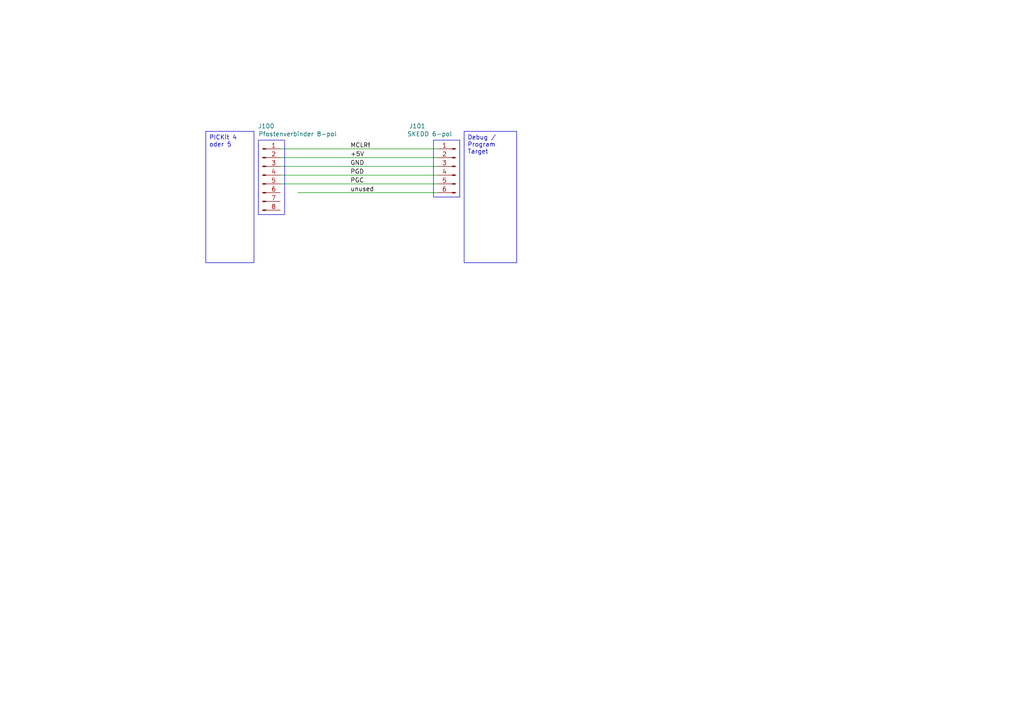
<source format=kicad_sch>
(kicad_sch
	(version 20231120)
	(generator "eeschema")
	(generator_version "8.0")
	(uuid "8269e88c-0489-4be6-a0d8-71bc360df3ec")
	(paper "A4")
	(lib_symbols
		(symbol "Connector:Conn_01x06_Pin"
			(pin_names
				(offset 1.016) hide)
			(exclude_from_sim no)
			(in_bom yes)
			(on_board yes)
			(property "Reference" "J"
				(at 0 7.62 0)
				(effects
					(font
						(size 1.27 1.27)
					)
				)
			)
			(property "Value" "Conn_01x06_Pin"
				(at 0 -10.16 0)
				(effects
					(font
						(size 1.27 1.27)
					)
				)
			)
			(property "Footprint" ""
				(at 0 0 0)
				(effects
					(font
						(size 1.27 1.27)
					)
					(hide yes)
				)
			)
			(property "Datasheet" "~"
				(at 0 0 0)
				(effects
					(font
						(size 1.27 1.27)
					)
					(hide yes)
				)
			)
			(property "Description" "Generic connector, single row, 01x06, script generated"
				(at 0 0 0)
				(effects
					(font
						(size 1.27 1.27)
					)
					(hide yes)
				)
			)
			(property "ki_locked" ""
				(at 0 0 0)
				(effects
					(font
						(size 1.27 1.27)
					)
				)
			)
			(property "ki_keywords" "connector"
				(at 0 0 0)
				(effects
					(font
						(size 1.27 1.27)
					)
					(hide yes)
				)
			)
			(property "ki_fp_filters" "Connector*:*_1x??_*"
				(at 0 0 0)
				(effects
					(font
						(size 1.27 1.27)
					)
					(hide yes)
				)
			)
			(symbol "Conn_01x06_Pin_1_1"
				(polyline
					(pts
						(xy 1.27 -7.62) (xy 0.8636 -7.62)
					)
					(stroke
						(width 0.1524)
						(type default)
					)
					(fill
						(type none)
					)
				)
				(polyline
					(pts
						(xy 1.27 -5.08) (xy 0.8636 -5.08)
					)
					(stroke
						(width 0.1524)
						(type default)
					)
					(fill
						(type none)
					)
				)
				(polyline
					(pts
						(xy 1.27 -2.54) (xy 0.8636 -2.54)
					)
					(stroke
						(width 0.1524)
						(type default)
					)
					(fill
						(type none)
					)
				)
				(polyline
					(pts
						(xy 1.27 0) (xy 0.8636 0)
					)
					(stroke
						(width 0.1524)
						(type default)
					)
					(fill
						(type none)
					)
				)
				(polyline
					(pts
						(xy 1.27 2.54) (xy 0.8636 2.54)
					)
					(stroke
						(width 0.1524)
						(type default)
					)
					(fill
						(type none)
					)
				)
				(polyline
					(pts
						(xy 1.27 5.08) (xy 0.8636 5.08)
					)
					(stroke
						(width 0.1524)
						(type default)
					)
					(fill
						(type none)
					)
				)
				(rectangle
					(start 0.8636 -7.493)
					(end 0 -7.747)
					(stroke
						(width 0.1524)
						(type default)
					)
					(fill
						(type outline)
					)
				)
				(rectangle
					(start 0.8636 -4.953)
					(end 0 -5.207)
					(stroke
						(width 0.1524)
						(type default)
					)
					(fill
						(type outline)
					)
				)
				(rectangle
					(start 0.8636 -2.413)
					(end 0 -2.667)
					(stroke
						(width 0.1524)
						(type default)
					)
					(fill
						(type outline)
					)
				)
				(rectangle
					(start 0.8636 0.127)
					(end 0 -0.127)
					(stroke
						(width 0.1524)
						(type default)
					)
					(fill
						(type outline)
					)
				)
				(rectangle
					(start 0.8636 2.667)
					(end 0 2.413)
					(stroke
						(width 0.1524)
						(type default)
					)
					(fill
						(type outline)
					)
				)
				(rectangle
					(start 0.8636 5.207)
					(end 0 4.953)
					(stroke
						(width 0.1524)
						(type default)
					)
					(fill
						(type outline)
					)
				)
				(pin passive line
					(at 5.08 5.08 180)
					(length 3.81)
					(name "Pin_1"
						(effects
							(font
								(size 1.27 1.27)
							)
						)
					)
					(number "1"
						(effects
							(font
								(size 1.27 1.27)
							)
						)
					)
				)
				(pin passive line
					(at 5.08 2.54 180)
					(length 3.81)
					(name "Pin_2"
						(effects
							(font
								(size 1.27 1.27)
							)
						)
					)
					(number "2"
						(effects
							(font
								(size 1.27 1.27)
							)
						)
					)
				)
				(pin passive line
					(at 5.08 0 180)
					(length 3.81)
					(name "Pin_3"
						(effects
							(font
								(size 1.27 1.27)
							)
						)
					)
					(number "3"
						(effects
							(font
								(size 1.27 1.27)
							)
						)
					)
				)
				(pin passive line
					(at 5.08 -2.54 180)
					(length 3.81)
					(name "Pin_4"
						(effects
							(font
								(size 1.27 1.27)
							)
						)
					)
					(number "4"
						(effects
							(font
								(size 1.27 1.27)
							)
						)
					)
				)
				(pin passive line
					(at 5.08 -5.08 180)
					(length 3.81)
					(name "Pin_5"
						(effects
							(font
								(size 1.27 1.27)
							)
						)
					)
					(number "5"
						(effects
							(font
								(size 1.27 1.27)
							)
						)
					)
				)
				(pin passive line
					(at 5.08 -7.62 180)
					(length 3.81)
					(name "Pin_6"
						(effects
							(font
								(size 1.27 1.27)
							)
						)
					)
					(number "6"
						(effects
							(font
								(size 1.27 1.27)
							)
						)
					)
				)
			)
		)
		(symbol "Connector:Conn_01x08_Pin"
			(pin_names
				(offset 1.016) hide)
			(exclude_from_sim no)
			(in_bom yes)
			(on_board yes)
			(property "Reference" "J"
				(at 0 10.16 0)
				(effects
					(font
						(size 1.27 1.27)
					)
				)
			)
			(property "Value" "Conn_01x08_Pin"
				(at 0 -12.7 0)
				(effects
					(font
						(size 1.27 1.27)
					)
				)
			)
			(property "Footprint" ""
				(at 0 0 0)
				(effects
					(font
						(size 1.27 1.27)
					)
					(hide yes)
				)
			)
			(property "Datasheet" "~"
				(at 0 0 0)
				(effects
					(font
						(size 1.27 1.27)
					)
					(hide yes)
				)
			)
			(property "Description" "Generic connector, single row, 01x08, script generated"
				(at 0 0 0)
				(effects
					(font
						(size 1.27 1.27)
					)
					(hide yes)
				)
			)
			(property "ki_locked" ""
				(at 0 0 0)
				(effects
					(font
						(size 1.27 1.27)
					)
				)
			)
			(property "ki_keywords" "connector"
				(at 0 0 0)
				(effects
					(font
						(size 1.27 1.27)
					)
					(hide yes)
				)
			)
			(property "ki_fp_filters" "Connector*:*_1x??_*"
				(at 0 0 0)
				(effects
					(font
						(size 1.27 1.27)
					)
					(hide yes)
				)
			)
			(symbol "Conn_01x08_Pin_1_1"
				(polyline
					(pts
						(xy 1.27 -10.16) (xy 0.8636 -10.16)
					)
					(stroke
						(width 0.1524)
						(type default)
					)
					(fill
						(type none)
					)
				)
				(polyline
					(pts
						(xy 1.27 -7.62) (xy 0.8636 -7.62)
					)
					(stroke
						(width 0.1524)
						(type default)
					)
					(fill
						(type none)
					)
				)
				(polyline
					(pts
						(xy 1.27 -5.08) (xy 0.8636 -5.08)
					)
					(stroke
						(width 0.1524)
						(type default)
					)
					(fill
						(type none)
					)
				)
				(polyline
					(pts
						(xy 1.27 -2.54) (xy 0.8636 -2.54)
					)
					(stroke
						(width 0.1524)
						(type default)
					)
					(fill
						(type none)
					)
				)
				(polyline
					(pts
						(xy 1.27 0) (xy 0.8636 0)
					)
					(stroke
						(width 0.1524)
						(type default)
					)
					(fill
						(type none)
					)
				)
				(polyline
					(pts
						(xy 1.27 2.54) (xy 0.8636 2.54)
					)
					(stroke
						(width 0.1524)
						(type default)
					)
					(fill
						(type none)
					)
				)
				(polyline
					(pts
						(xy 1.27 5.08) (xy 0.8636 5.08)
					)
					(stroke
						(width 0.1524)
						(type default)
					)
					(fill
						(type none)
					)
				)
				(polyline
					(pts
						(xy 1.27 7.62) (xy 0.8636 7.62)
					)
					(stroke
						(width 0.1524)
						(type default)
					)
					(fill
						(type none)
					)
				)
				(rectangle
					(start 0.8636 -10.033)
					(end 0 -10.287)
					(stroke
						(width 0.1524)
						(type default)
					)
					(fill
						(type outline)
					)
				)
				(rectangle
					(start 0.8636 -7.493)
					(end 0 -7.747)
					(stroke
						(width 0.1524)
						(type default)
					)
					(fill
						(type outline)
					)
				)
				(rectangle
					(start 0.8636 -4.953)
					(end 0 -5.207)
					(stroke
						(width 0.1524)
						(type default)
					)
					(fill
						(type outline)
					)
				)
				(rectangle
					(start 0.8636 -2.413)
					(end 0 -2.667)
					(stroke
						(width 0.1524)
						(type default)
					)
					(fill
						(type outline)
					)
				)
				(rectangle
					(start 0.8636 0.127)
					(end 0 -0.127)
					(stroke
						(width 0.1524)
						(type default)
					)
					(fill
						(type outline)
					)
				)
				(rectangle
					(start 0.8636 2.667)
					(end 0 2.413)
					(stroke
						(width 0.1524)
						(type default)
					)
					(fill
						(type outline)
					)
				)
				(rectangle
					(start 0.8636 5.207)
					(end 0 4.953)
					(stroke
						(width 0.1524)
						(type default)
					)
					(fill
						(type outline)
					)
				)
				(rectangle
					(start 0.8636 7.747)
					(end 0 7.493)
					(stroke
						(width 0.1524)
						(type default)
					)
					(fill
						(type outline)
					)
				)
				(pin passive line
					(at 5.08 7.62 180)
					(length 3.81)
					(name "Pin_1"
						(effects
							(font
								(size 1.27 1.27)
							)
						)
					)
					(number "1"
						(effects
							(font
								(size 1.27 1.27)
							)
						)
					)
				)
				(pin passive line
					(at 5.08 5.08 180)
					(length 3.81)
					(name "Pin_2"
						(effects
							(font
								(size 1.27 1.27)
							)
						)
					)
					(number "2"
						(effects
							(font
								(size 1.27 1.27)
							)
						)
					)
				)
				(pin passive line
					(at 5.08 2.54 180)
					(length 3.81)
					(name "Pin_3"
						(effects
							(font
								(size 1.27 1.27)
							)
						)
					)
					(number "3"
						(effects
							(font
								(size 1.27 1.27)
							)
						)
					)
				)
				(pin passive line
					(at 5.08 0 180)
					(length 3.81)
					(name "Pin_4"
						(effects
							(font
								(size 1.27 1.27)
							)
						)
					)
					(number "4"
						(effects
							(font
								(size 1.27 1.27)
							)
						)
					)
				)
				(pin passive line
					(at 5.08 -2.54 180)
					(length 3.81)
					(name "Pin_5"
						(effects
							(font
								(size 1.27 1.27)
							)
						)
					)
					(number "5"
						(effects
							(font
								(size 1.27 1.27)
							)
						)
					)
				)
				(pin passive line
					(at 5.08 -5.08 180)
					(length 3.81)
					(name "Pin_6"
						(effects
							(font
								(size 1.27 1.27)
							)
						)
					)
					(number "6"
						(effects
							(font
								(size 1.27 1.27)
							)
						)
					)
				)
				(pin passive line
					(at 5.08 -7.62 180)
					(length 3.81)
					(name "Pin_7"
						(effects
							(font
								(size 1.27 1.27)
							)
						)
					)
					(number "7"
						(effects
							(font
								(size 1.27 1.27)
							)
						)
					)
				)
				(pin passive line
					(at 5.08 -10.16 180)
					(length 3.81)
					(name "Pin_8"
						(effects
							(font
								(size 1.27 1.27)
							)
						)
					)
					(number "8"
						(effects
							(font
								(size 1.27 1.27)
							)
						)
					)
				)
			)
		)
	)
	(wire
		(pts
			(xy 86.36 55.88) (xy 127 55.88)
		)
		(stroke
			(width 0)
			(type default)
		)
		(uuid "17528812-d5d8-40c6-b0e6-8ddb3ab2a99f")
	)
	(wire
		(pts
			(xy 81.28 43.18) (xy 127 43.18)
		)
		(stroke
			(width 0)
			(type default)
		)
		(uuid "427c8b6d-f767-45bb-afbb-392b4acf6f21")
	)
	(wire
		(pts
			(xy 81.28 53.34) (xy 127 53.34)
		)
		(stroke
			(width 0)
			(type default)
		)
		(uuid "96f1b436-c8ac-47fc-a5fa-b45fb0febd0e")
	)
	(wire
		(pts
			(xy 81.28 50.8) (xy 127 50.8)
		)
		(stroke
			(width 0)
			(type default)
		)
		(uuid "bd3d2fec-87bb-4c84-86dc-fe54202a839a")
	)
	(wire
		(pts
			(xy 81.28 48.26) (xy 127 48.26)
		)
		(stroke
			(width 0)
			(type default)
		)
		(uuid "c6371c06-df7a-471d-bac9-0bc08cd8f004")
	)
	(wire
		(pts
			(xy 81.28 45.72) (xy 127 45.72)
		)
		(stroke
			(width 0)
			(type default)
		)
		(uuid "ff58b3d4-c487-4b35-9e59-0dff38db31fc")
	)
	(rectangle
		(start 125.73 40.64)
		(end 133.35 57.15)
		(stroke
			(width 0)
			(type default)
		)
		(fill
			(type none)
		)
		(uuid 099d855f-9ac0-45c6-80bc-158748274aff)
	)
	(rectangle
		(start 74.93 40.64)
		(end 82.55 62.23)
		(stroke
			(width 0)
			(type default)
		)
		(fill
			(type none)
		)
		(uuid 28506ff0-47e5-4583-a72c-171b43e9834f)
	)
	(text_box "PICKit 4 oder 5"
		(exclude_from_sim no)
		(at 59.69 38.1 0)
		(size 13.97 38.1)
		(stroke
			(width 0)
			(type default)
		)
		(fill
			(type none)
		)
		(effects
			(font
				(size 1.27 1.27)
			)
			(justify left top)
		)
		(uuid "64c58dde-ef33-463d-b69b-8c02d5409669")
	)
	(text_box "Debug / Program Target"
		(exclude_from_sim no)
		(at 134.62 38.1 0)
		(size 15.24 38.1)
		(stroke
			(width 0)
			(type default)
		)
		(fill
			(type none)
		)
		(effects
			(font
				(size 1.27 1.27)
			)
			(justify left top)
		)
		(uuid "f2edb5be-e14a-4647-a737-ff1fc5431ecf")
	)
	(label "GND"
		(at 101.6 48.26 0)
		(fields_autoplaced yes)
		(effects
			(font
				(size 1.27 1.27)
			)
			(justify left bottom)
		)
		(uuid "1aeae528-0019-402a-a456-7d7e15daa459")
	)
	(label "PGD"
		(at 101.6 50.8 0)
		(fields_autoplaced yes)
		(effects
			(font
				(size 1.27 1.27)
			)
			(justify left bottom)
		)
		(uuid "445ccdf7-dcf5-4a0c-889f-da5d140682ec")
	)
	(label "MCLR!"
		(at 101.6 43.18 0)
		(fields_autoplaced yes)
		(effects
			(font
				(size 1.27 1.27)
			)
			(justify left bottom)
		)
		(uuid "527aeed9-5a6f-4ff3-9c89-ba08b4803379")
	)
	(label "+5V"
		(at 101.6 45.72 0)
		(fields_autoplaced yes)
		(effects
			(font
				(size 1.27 1.27)
			)
			(justify left bottom)
		)
		(uuid "603ec813-9993-4113-8480-6d10f99ac3f8")
	)
	(label "unused"
		(at 101.6 55.88 0)
		(fields_autoplaced yes)
		(effects
			(font
				(size 1.27 1.27)
			)
			(justify left bottom)
		)
		(uuid "a771726f-68db-47ae-be90-35a60c756516")
	)
	(label "PGC"
		(at 101.6 53.34 0)
		(fields_autoplaced yes)
		(effects
			(font
				(size 1.27 1.27)
			)
			(justify left bottom)
		)
		(uuid "e0f35254-36ec-448b-99df-6374ca5aecb6")
	)
	(symbol
		(lib_id "Connector:Conn_01x08_Pin")
		(at 76.2 50.8 0)
		(unit 1)
		(exclude_from_sim no)
		(in_bom yes)
		(on_board yes)
		(dnp no)
		(uuid "2f57e174-a71f-4e09-9a65-48572009d614")
		(property "Reference" "J100"
			(at 77.216 36.576 0)
			(effects
				(font
					(size 1.27 1.27)
				)
			)
		)
		(property "Value" "Pfostenverbinder 8-pol"
			(at 86.36 38.862 0)
			(effects
				(font
					(size 1.27 1.27)
				)
			)
		)
		(property "Footprint" ""
			(at 76.2 50.8 0)
			(effects
				(font
					(size 1.27 1.27)
				)
				(hide yes)
			)
		)
		(property "Datasheet" "~"
			(at 76.2 50.8 0)
			(effects
				(font
					(size 1.27 1.27)
				)
				(hide yes)
			)
		)
		(property "Description" "Stecker angelötet an FB-Kabel"
			(at 76.2 50.8 0)
			(effects
				(font
					(size 1.27 1.27)
				)
				(hide yes)
			)
		)
		(pin "5"
			(uuid "078e6d41-54c9-4013-a2ac-99aef4ec5727")
		)
		(pin "2"
			(uuid "ffd2b5f4-6f3b-4808-8308-613204714311")
		)
		(pin "3"
			(uuid "5e366a76-5534-45f5-bf97-7d9cfc6a02e9")
		)
		(pin "6"
			(uuid "f3443041-de83-4833-b732-75851f4a9f9e")
		)
		(pin "4"
			(uuid "e8d41475-bdfc-49ef-a49a-d16395d562a3")
		)
		(pin "8"
			(uuid "c80d4497-0a2c-4d96-9995-469747c2c4b4")
		)
		(pin "7"
			(uuid "13036368-5c91-41ad-b604-6313787294b0")
		)
		(pin "1"
			(uuid "275e78b8-2e8a-4a7b-8ad0-9ff933a8f166")
		)
		(instances
			(project ""
				(path "/8269e88c-0489-4be6-a0d8-71bc360df3ec"
					(reference "J100")
					(unit 1)
				)
			)
		)
	)
	(symbol
		(lib_id "Connector:Conn_01x06_Pin")
		(at 132.08 48.26 0)
		(mirror y)
		(unit 1)
		(exclude_from_sim no)
		(in_bom yes)
		(on_board yes)
		(dnp no)
		(uuid "884c0834-49fc-4e89-8344-5f46aa762897")
		(property "Reference" "J101"
			(at 118.618 36.576 0)
			(effects
				(font
					(size 1.27 1.27)
				)
				(justify right)
			)
		)
		(property "Value" "SKEDD 6-pol"
			(at 118.11 38.862 0)
			(effects
				(font
					(size 1.27 1.27)
				)
				(justify right)
			)
		)
		(property "Footprint" ""
			(at 132.08 48.26 0)
			(effects
				(font
					(size 1.27 1.27)
				)
				(hide yes)
			)
		)
		(property "Datasheet" "~"
			(at 132.08 48.26 0)
			(effects
				(font
					(size 1.27 1.27)
				)
				(hide yes)
			)
		)
		(property "Description" "SKEDD Connector Würth 490107670612"
			(at 132.08 48.26 0)
			(effects
				(font
					(size 1.27 1.27)
				)
				(hide yes)
			)
		)
		(pin "1"
			(uuid "a6706226-7b93-4498-b8e2-f9d5fbcf4496")
		)
		(pin "3"
			(uuid "c890c0f0-a6ce-4409-85b6-ee17b88a9207")
		)
		(pin "2"
			(uuid "e29f3f62-c3a8-426c-8b85-26db36217854")
		)
		(pin "6"
			(uuid "9e9ed9de-1cd1-4721-9940-6e6f9c359c73")
		)
		(pin "5"
			(uuid "64eb8634-69fd-4c5b-91b9-3ca93f3c03f5")
		)
		(pin "4"
			(uuid "92654519-127b-464c-a922-fe12af51dad7")
		)
		(instances
			(project ""
				(path "/8269e88c-0489-4be6-a0d8-71bc360df3ec"
					(reference "J101")
					(unit 1)
				)
			)
		)
	)
	(sheet_instances
		(path "/"
			(page "1")
		)
	)
)

</source>
